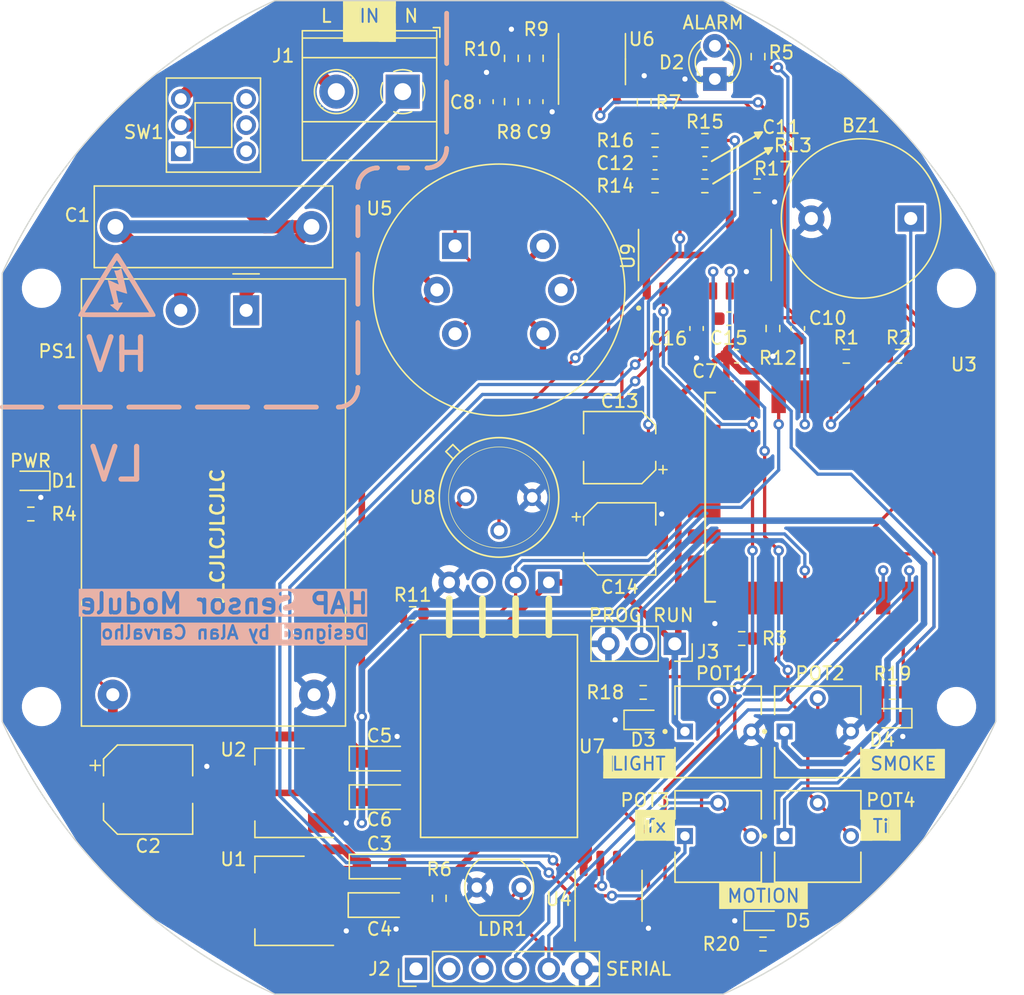
<source format=kicad_pcb>
(kicad_pcb (version 20221018) (generator pcbnew)
  (title_block (title "Sensor Module") (date "2024-06-27") (rev "1.0") (company "Alan Carvalho"))
  (layers (0 "F.Cu" signal) (31 "B.Cu" signal) (34 "B.Paste" user) (35 "F.Paste" user) (36 "B.SilkS" user "B.Silkscreen") (37 "F.SilkS" user "F.Silkscreen") (38 "B.Mask" user) (39 "F.Mask" user) (44 "Edge.Cuts" user))
  (net 0 "")
  (net 1 "GND")
  (net 2 "BEEP")
  (net 3 "LINE")
  (net 4 "NEUT")
  (net 5 "+12V")
  (net 6 "+3.3V")
  (net 7 "+5V")
  (net 8 "Net-(U5-B1)")
  (net 9 "SMOKE")
  (net 10 "Net-(U9-1IN+)")
  (net 11 "Net-(U9-2OUT)")
  (net 12 "Net-(U9-2IN-)")
  (net 13 "Net-(U9-1OUT)")
  (net 14 "Net-(U9-1IN-)")
  (net 15 "Net-(C13-Pad1)")
  (net 16 "Net-(C14-Pad1)")
  (net 17 "Net-(U9-RC2)")
  (net 18 "Net-(U9-RC1)")
  (net 19 "Net-(D1-A)")
  (net 20 "Net-(D2-A)")
  (net 21 "Net-(D3-A)")
  (net 22 "Net-(D4-A)")
  (net 23 "Net-(D5-A)")
  (net 24 "Net-(J1-Pin_2)")
  (net 27 "TX")
  (net 28 "RX")
  (net 29 "FLASH")
  (net 30 "Net-(U4A--)")
  (net 31 "Net-(U4A-+)")
  (net 32 "Net-(U6A-+)")
  (net 33 "Net-(U9-RR1)")
  (net 34 "Net-(U9-RR2)")
  (net 35 "Net-(U3-CH_PD)")
  (net 36 "Net-(U3-REST)")
  (net 37 "Net-(U3-GPIO15)")
  (net 38 "LED")
  (net 39 "Net-(U5-VH-)")
  (net 40 "TEMP")
  (net 41 "Net-(U9-IB)")
  (net 42 "LIGHT")
  (net 43 "MOTION")
  (footprint "Resistor_SMD:R_0603_1608Metric" (layer "F.Cu") (at 169.672 74.739 -90)
    (fp_text reference "R5")
    (fp_text value "3k9" hide)
  )
  (footprint "Resistor_SMD:R_0603_1608Metric" (layer "F.Cu") (at 165.608 81.153)
    (fp_text reference "R15")
    (fp_text value "10k" hide)
  )
  (footprint "Resistor_SMD:R_0603_1608Metric" (layer "F.Cu") (at 160.889 123.375 180)
    (fp_text reference "R18")
    (fp_text value "1k" hide)
  )
  (footprint "Capacitor_Tantalum_SMD:CP_EIA-3216-18_Kemet-A" (layer "F.Cu") (at 140.635999 139.644)
    (fp_text reference "C4")
    (fp_text value "10uF" hide)
  )
  (footprint "Capacitor_SMD:C_0603_1608Metric" (layer "F.Cu") (at 172.72 95.536 -90)
    (fp_text reference "C10")
    (fp_text value "10nF" hide)
  )
  (footprint "OptoDevice:R_LDR_5.1x4.3mm_P3.4mm_Vertical" (layer "F.Cu") (at 151.56 138.303 180)
    (fp_text reference "LDR1")
    (fp_text value "100k" hide)
  )
  (footprint "MountingHole:MountingHole_2.5mm" (layer "F.Cu") (at 114.86 92.458 90)
    (fp_text reference "REF**" hide)
    (fp_text value "MountingHole_2.5mm" hide)
  )
  (footprint "Package_SO:SOIC-8-1EP_3.9x4.9mm_P1.27mm_EP2.62x3.51mm" (layer "F.Cu") (at 156.972 74.93 90)
    (fp_text reference "U6")
    (fp_text value "LM393" hide)
  )
  (footprint "Package_TO_SOT_SMD:SOT-223-3_TabPin2" (layer "F.Cu") (at 133.096 131.064 180)
    (fp_text reference "U2")
    (fp_text value "AMS1117-5" hide)
  )
  (footprint "ESP8266:ESP-12E_SMD" (layer "F.Cu") (at 181.2525 101.458 -90)
    (fp_text reference "U3")
    (fp_text value "ESP-12E" hide)
  )
  (footprint "MyLibrary:TRIM_3362P-1-103" (layer "F.Cu") (at 174.244 126.365001)
    (fp_text reference "POT2")
    (fp_text value "10k" hide)
  )
  (footprint "Capacitor_SMD:C_0603_1608Metric" (layer "F.Cu") (at 152.712004 78.185001 -90)
    (fp_text reference "C9")
    (fp_text value "100nF" hide)
  )
  (footprint "Resistor_SMD:R_0603_1608Metric" (layer "F.Cu") (at 150.807006 74.87 90)
    (fp_text reference "R10")
    (fp_text value "2k2" hide)
  )
  (footprint "Sensor:MQ-6" (layer "F.Cu") (at 146.5 89.223)
    (fp_text reference "U5")
    (fp_text value "MQ-5" hide)
  )
  (footprint "Buzzer_Beeper:Buzzer_12x9.5RM7.6" (layer "F.Cu") (at 181.356 87.122 180)
    (fp_text reference "BZ1")
    (fp_text value "Buzzer" hide)
  )
  (footprint "LED_SMD:LED_0603_1608Metric" (layer "F.Cu") (at 160.909 125.476)
    (fp_text reference "D3")
    (fp_text value "BLUE" hide)
  )
  (footprint "Resistor_SMD:R_0603_1608Metric" (layer "F.Cu") (at 152.712004 74.87 -90)
    (fp_text reference "R9")
    (fp_text value "1k2" hide)
  )
  (footprint "Resistor_SMD:R_0603_1608Metric" (layer "F.Cu") (at 168.427504 119.253 180)
    (fp_text reference "R3")
    (fp_text value "10k" hide)
  )
  (footprint "Resistor_SMD:R_0603_1608Metric" (layer "F.Cu") (at 143.256 117.348)
    (fp_text reference "R11")
    (fp_text value "10k" hide)
  )
  (footprint "Converter_ACDC:Converter_ACDC_HiLink_HLK-PMxx" (layer "F.Cu") (at 130.516 94.1495 -90)
    (fp_text reference "PS1")
    (fp_text value "HLK-PM12" hide)
  )
  (footprint "Capacitor_SMD:C_0603_1608Metric" (layer "F.Cu") (at 161.798 82.889498)
    (fp_text reference "C12")
    (fp_text value "10nF" hide)
  )
  (footprint "Capacitor_SMD:C_0603_1608Metric" (layer "F.Cu") (at 148.902003 78.185001 90)
    (fp_text reference "C8")
    (fp_text value "100nF" hide)
  )
  (footprint "Connector_PinSocket_2.54mm:PinSocket_1x03_P2.54mm_Vertical" (layer "F.Cu") (at 163.307 119.659 -90)
    (fp_text reference "J3")
    (fp_text value "Conn_01x03_Socket" hide)
  )
  (footprint "Capacitor_SMD:CP_Elec_5x5.4" (layer "F.Cu") (at 159.09 104.648 180)
    (fp_text reference "C13")
    (fp_text value "10uF" hide)
  )
  (footprint "Resistor_SMD:R_0603_1608Metric" (layer "F.Cu") (at 161.798001 84.625998 180)
    (fp_text reference "R14")
    (fp_text value "2M" hide)
  )
  (footprint "MyLibrary:TRIM_3362P-1-103" (layer "F.Cu") (at 166.624 134.366)
    (fp_text reference "POT3")
    (fp_text value "10k" hide)
  )
  (footprint "Resistor_SMD:R_0603_1608Metric" (layer "F.Cu") (at 170.053 142.621 180)
    (fp_text reference "R20")
    (fp_text value "1k" hide)
  )
  (footprint "Resistor_SMD:R_0603_1608Metric" (layer "F.Cu") (at 179.959 123.375001)
    (fp_text reference "R19")
    (fp_text value "1k" hide)
  )
  (footprint "MyLibrary:TRIM_3362P-1-103" (layer "F.Cu") (at 174.244 134.366)
    (fp_text reference "POT4")
    (fp_text value "10k" hide)
  )
  (footprint "Package_SO:SOIC-8-1EP_3.9x4.9mm_P1.27mm_EP2.62x3.51mm" (layer "F.Cu") (at 158.242 138.938 90)
    (fp_text reference "U4")
    (fp_text value "LM393" hide)
  )
  (footprint "Capacitor_SMD:C_0603_1608Metric" (layer "F.Cu") (at 164.973 95.536 -90)
    (fp_text reference "C16")
    (fp_text value "10nF" hide)
  )
  (footprint "Capacitor_Tantalum_SMD:CP_EIA-3216-18_Kemet-A" (layer "F.Cu") (at 140.715999 131.389)
    (fp_text reference "C6")
    (fp_text value "10uF" hide)
  )
  (footprint "Capacitor_SMD:C_0603_1608Metric" (layer "F.Cu") (at 165.608 82.889498 180)
    (fp_text reference "C11")
    (fp_text value "10nF" hide)
  )
  (footprint "Resistor_SMD:R_0603_1608Metric" (layer "F.Cu") (at 145.288 139.128 -90)
    (fp_text reference "R6")
    (fp_text value "33k" hide)
  )
  (footprint "TerminalBlock_Phoenix:TerminalBlock_Phoenix_MKDS-1,5-2-5.08_1x02_P5.08mm_Horizontal" (layer "F.Cu") (at 142.494 77.419 180)
    (fp_text reference "J1")
    (fp_text value "Screw_Terminal_01x02" hide)
  )
  (footprint "MountingHole:MountingHole_2.5mm" (layer "F.Cu") (at 114.86 124.458 90)
    (fp_text reference "REF**" hide)
    (fp_text value "MountingHole_2.5mm" hide)
  )
  (footprint "Capacitor_SMD:C_0603_1608Metric" (layer "F.Cu") (at 168.027501 97.663001)
    (fp_text reference "C7")
    (fp_text value "0.1uF" hide)
  )
  (footprint "LED_THT:LED_D3.0mm" (layer "F.Cu") (at 166.37 76.454 90)
    (fp_text reference "D2")
    (fp_text value "RED" hide)
  )
  (footprint "Resistor_SMD:R_0603_1608Metric" (layer "F.Cu") (at 165.608 84.625998)
    (fp_text reference "R13")
    (fp_text value "1M" hide)
  )
  (footprint "MyLibrary:TRIM_3362P-1-103" (layer "F.Cu") (at 166.624 126.365)
    (fp_text reference "POT1")
    (fp_text value "10k" hide)
  )
  (footprint "Capacitor_SMD:CP_Elec_5x5.4" (layer "F.Cu") (at 159.09 111.633)
    (fp_text reference "C14")
    (fp_text value "47uF" hide)
  )
  (footprint "Capacitor_Tantalum_SMD:CP_EIA-3216-18_Kemet-A" (layer "F.Cu") (at 140.715999 136.694)
    (fp_text reference "C3")
    (fp_text value "10uF" hide)
  )
  (footprint "MyLibrary:TO5" (layer "F.Cu") (at 149.86 108.458 -90)
    (fp_text reference "U8")
    (fp_text value "PIR" hide)
  )
  (footprint "MountingHole:MountingHole_2.5mm" (layer "F.Cu") (at 184.86 124.458 90)
    (fp_text reference "REF**" hide)
    (fp_text value "MountingHole_2.5mm" hide)
  )
  (footprint "Resistor_SMD:R_0603_1608Metric" (layer "F.Cu") (at 161.798001 81.153 180)
    (fp_text reference "R16")
    (fp_text value "47k" hide)
  )
  (footprint "MyLibrary:SNR4-2.54-15.5X12.0X5.5MM" (layer "F.Cu") (at 149.86 126.714 -90)
    (fp_text reference "U7")
    (fp_text value "DHT11" hide)
  )
  (footprint "Capacitor_SMD:C_0603_1608Metric" (layer "F.Cu") (at 167.437999 94.786)
    (fp_text reference "C15")
    (fp_text value "10nF" hide)
  )
  (footprint "MountingHole:MountingHole_2.5mm" (layer "F.Cu") (at 184.86 92.458 90)
    (fp_text reference "REF**" hide)
    (fp_text value "MountingHole_2.5mm" hide)
  )
  (footprint "Resistor_SMD:R_0603_1608Metric" (layer "F.Cu") (at 114.046 109.728)
    (fp_text reference "R4")
    (fp_text value "3k9" hide)
  )
  (footprint "Resistor_SMD:R_0603_1608Metric" (layer "F.Cu") (at 169.608 84.625998 180)
    (fp_text reference "R17")
    (fp_text value "1M" hide)
  )
  (footprint "Capacitor_Tantalum_SMD:CP_EIA-3216-18_Kemet-A" (layer "F.Cu") (at 140.715999 128.439)
    (fp_text reference "C5")
    (fp_text value "10uF" hide)
  )
  (footprint "Package_TO_SOT_SMD:SOT-223-3_TabPin2" (layer "F.Cu") (at 133.095999 139.319 180)
    (fp_text reference "U1")
    (fp_text value "AMS1117-3.3" hide)
  )
  (footprint "LED_SMD:LED_0603_1608Metric" (layer "F.Cu") (at 114.0205 107.188 180)
    (fp_text reference "D1")
    (fp_text value "GREEN" hide)
  )
  (footprint "Capacitor_THT:C_Rect_L18.0mm_W6.0mm_P15.00mm_FKS3_FKP3" (layer "F.Cu") (at 135.516 87.757 180)
    (fp_text reference "C1")
    (fp_text value "0.1uF" hide)
  )
  (footprint "Capacitor_SMD:CP_Elec_6.3x7.7" (layer "F.Cu") (at 123.016 130.81)
    (fp_text reference "C2")
    (fp_text value "100uF" hide)
  )
  (footprint "Resistor_SMD:R_0603_1608Metric" (layer "F.Cu") (at 180.427504 97.663)
    (fp_text reference "R2")
    (fp_text value "10k" hide)
  )
  (footprint "Resistor_SMD:R_0603_1608Metric" (layer "F.Cu") (at 160.967002 78.235 90)
    (fp_text reference "R7")
    (fp_text value "5k1" hide)
  )
  (footprint "Resistor_SMD:R_0603_1608Metric" (layer "F.Cu") (at 150.807006 78.185001 90)
    (fp_text reference "R8")
    (fp_text value "47k" hide)
  )
  (footprint "LED_SMD:LED_0603_1608Metric" (layer "F.Cu") (at 170.1095 140.843)
    (fp_text reference "D5")
    (fp_text value "BLUE" hide)
  )
  (footprint "Resistor_SMD:R_0603_1608Metric" (layer "F.Cu") (at 170.814999 95.536 -90)
    (fp_text reference "R12")
    (fp_text value "47k" hide)
  )
  (footprint "Resistor_SMD:R_0603_1608Metric" (layer "F.Cu") (at 176.427501 97.663001)
    (fp_text reference "R1")
    (fp_text value "10k" hide)
  )
  (footprint "MyLibrary:SOIC127P600X180-16N" (layer "F.Cu") (at 165.608 89.916 90)
    (fp_text reference "U9")
    (fp_text value "BISS0001" hide)
  )
  (footprint "LED_SMD:LED_0603_1608Metric" (layer "F.Cu") (at 179.959 125.349 180)
    (fp_text reference "D4")
    (fp_text value "BLUE" hide)
  )
  (footprint "Connector_PinHeader_2.54mm:PinHeader_1x06_P2.54mm_Vertical" (layer "F.Cu") (at 143.51 144.526 90)
    (fp_text reference "J2")
    (fp_text value "Conn_01x06_Socket" hide)
  )
  (footprint "MyLibrary:Toggle_Switch_SelfLocking_7x7" (layer "F.Cu") (at 128.016 79.978001 90)
    (fp_text reference "SW1")
    (fp_text value "SW_SPDT" hide)
  )
  (footprint "LOGO" (layer "B.Cu") (at 120.65 92.202 180)
    (fp_text reference "G***" hide)
    (fp_text value "LOGO" hide)
  )
  (gr_line (start 135.89 101.5492) (end 111.8616 101.5492) (stroke (width 0.35) (type dash)) (layer "B.SilkS"))
  (gr_line (start 142.875 83.253632) (end 142.24 83.253632) (stroke (width 0.35) (type dash)) (layer "B.SilkS"))
  (gr_line (start 145.854369 80.518) (end 145.854369 70.993) (stroke (width 0.35) (type dash)) (layer "B.SilkS"))
  (gr_arc (start 145.854369 81.753632) (mid 145.415 82.814263) (end 144.354369 83.253632) (stroke (width 0.35)) (layer "B.SilkS"))
  (gr_arc (start 139.065 84.753632) (mid 139.504369 83.693001) (end 140.565 83.253632) (stroke (width 0.35)) (layer "B.SilkS"))
  (gr_line (start 139.065 98.933) (end 139.065 86.233) (stroke (width 0.35) (type dash)) (layer "B.SilkS"))
  (gr_arc (start 139.065 100.0492) (mid 138.625631 101.109831) (end 137.565 101.5492) (stroke (width 0.35)) (layer "B.SilkS"))
  (gr_rect (start 177.5587 134.2136) (end 180.5559 134.6962) (stroke (width 0.05)) (fill solid) (layer "F.SilkS"))
  (gr_rect (start 172.82 137.9601) (end 173.455 139.9159) (stroke (width 0.05)) (fill solid) (layer "F.SilkS"))
  (gr_rect (start 160.2994 132.3848) (end 160.9344 134.6962) (stroke (width 0.05)) (fill solid) (layer "F.SilkS"))
  (gr_line (start 142.875 83.253632) (end 142.24 83.253632) (stroke (width 0.35) (type dash)) (layer "F.SilkS"))
  (gr_rect (start 177.6222 127.7239) (end 178.2572 129.9337) (stroke (width 0.05)) (fill solid) (layer "F.SilkS"))
  (gr_rect (start 166.7605 139.5349) (end 173.4153 139.9159) (stroke (width 0.05)) (fill solid) (layer "F.SilkS"))
  (gr_rect (start 137.9551 72.2122) (end 141.9429 73.5838) (stroke (width 0.05)) (fill solid) (layer "F.SilkS"))
  (gr_rect (start 157.861 127.7245) (end 163.2458 128.1817) (stroke (width 0.05)) (fill solid) (layer "F.SilkS"))
  (gr_rect (start 157.861 127.7239) (end 158.496 129.9337) (stroke (width 0.05)) (fill solid) (layer "F.SilkS"))
  (gr_line (start 169.545 80.772) (end 166.135458 82.7405) (stroke (width 0.15)) (layer "F.SilkS"))
  (gr_rect (start 162.6108 127.7239) (end 163.2458 129.9337) (stroke (width 0.05)) (fill solid) (layer "F.SilkS"))
  (gr_poly (pts (xy 170.190787 81.747743) (xy 170.444786 82.187683) (xy 170.757727 81.713713)) (stroke (width 0.15)) (fill solid) (layer "F.SilkS"))
  (gr_rect (start 137.9551 70.4342) (end 139.2251 73.5838) (stroke (width 0.05)) (fill solid) (layer "F.SilkS"))
  (gr_line (start 145.854369 80.518) (end 145.854369 70.993) (stroke (width 0.35) (type dash)) (layer "F.SilkS"))
  (gr_rect (start 160.2994 134.2136) (end 163.2966 134.6962) (stroke (width 0.05)) (fill solid) (layer "F.SilkS"))
  (gr_rect (start 157.861 129.4511) (end 163.2458 129.9337) (stroke (width 0.05)) (fill solid) (layer "F.SilkS"))
  (gr_rect (start 137.9551 70.4342) (end 141.9429 70.8914) (stroke (width 0.05)) (fill solid) (layer "F.SilkS"))
  (gr_line (start 139.065 98.933) (end 139.065 86.233) (stroke (width 0.35) (type dash)) (layer "F.SilkS"))
  (gr_line (start 135.89 101.5492) (end 111.8616 101.5492) (stroke (width 0.35) (type dash)) (layer "F.SilkS"))
  (gr_arc (start 139.065 100.0492) (mid 138.625631 101.109831) (end 137.565 101.5492) (stroke (width 0.35)) (layer "F.SilkS"))
  (gr_rect (start 166.724 137.9601) (end 167.359 139.9159) (stroke (width 0.05)) (fill solid) (layer "F.SilkS"))
  (gr_rect (start 177.6222 129.4511) (end 183.9214 129.9337) (stroke (width 0.05)) (fill solid) (layer "F.SilkS"))
  (gr_rect (start 177.5587 132.3848) (end 178.3969 134.6962) (stroke (width 0.05)) (fill solid) (layer "F.SilkS"))
  (gr_rect (start 179.7177 132.3848) (end 180.5559 134.6962) (stroke (width 0.05)) (fill solid) (layer "F.SilkS"))
  (gr_rect (start 177.6222 127.7245) (end 183.9214 128.1817) (stroke (width 0.05)) (fill solid) (layer "F.SilkS"))
  (gr_rect (start 183.3118 127.7239) (end 183.9468 129.9337) (stroke (width 0.05)) (fill solid) (layer "F.SilkS"))
  (gr_arc (start 139.065 84.753632) (mid 139.504368 83.693) (end 140.565 83.253632) (stroke (width 0.35)) (layer "F.SilkS"))
  (gr_poly (pts (xy 169.418001 80.55203) (xy 169.672 80.99197) (xy 169.984941 80.518)) (stroke (width 0.15)) (fill solid) (layer "F.SilkS"))
  (gr_rect (start 177.5841 132.3848) (end 180.5305 132.8928) (stroke (width 0.05)) (fill solid) (layer "F.SilkS"))
  (gr_line (start 170.317786 81.967713) (end 166.243 84.455) (stroke (width 0.15)) (layer "F.SilkS"))
  (gr_rect (start 166.7605 137.9607) (end 173.4153 138.2655) (stroke (width 0.05)) (fill solid) (layer "F.SilkS"))
  (gr_rect (start 140.6729 70.4342) (end 141.9429 73.5838) (stroke (width 0.05)) (fill solid) (layer "F.SilkS"))
  (gr_rect (start 162.6616 132.4864) (end 163.2966 134.6962) (stroke (width 0.05)) (fill solid) (layer "F.SilkS"))
  (gr_rect (start 160.3248 132.3848) (end 163.322 132.8928) (stroke (width 0.05)) (fill solid) (layer "F.SilkS"))
  (gr_arc (start 145.854369 81.753632) (mid 145.415 82.814263) (end 144.354369 83.253632) (stroke (width 0.35)) (layer "F.SilkS"))
  (gr_arc (start 111.86 91.313) (mid 120.381609 78.97961) (end 132.714999 70.458001) (stroke (width 0.1)) (layer "Edge.Cuts"))
  (gr_arc (start 187.859999 125.603) (mid 179.33839 137.93639) (end 167.005 146.457999) (stroke (width 0.1)) (layer "Edge.Cuts"))
  (gr_line (start 111.86 91.313) (end 111.86 125.603) (stroke (width 0.1)) (layer "Edge.Cuts"))
  (gr_line (start 132.715 146.458) (end 167.005 146.458) (stroke (width 0.1)) (layer "Edge.Cuts"))
  (gr_line (start 187.86 91.313) (end 187.86 125.603) (stroke (width 0.1)) (layer "Edge.Cuts"))
  (gr_arc (start 132.715 146.458) (mid 120.38161 137.936391) (end 111.860001 125.603001) (stroke (width 0.1)) (layer "Edge.Cuts"))
  (gr_arc (start 167.005 70.458) (mid 179.33839 78.979609) (end 187.859999 91.312999) (stroke (width 0.1)) (layer "Edge.Cuts"))
  (gr_line (start 132.715 70.458) (end 167.005 70.458) (stroke (width 0.1)) (layer "Edge.Cuts"))
  (gr_text "LV" (at 120.65 105.918) (layer "B.SilkS") (effects (font (size 2.5 2.5) (thickness 0.4) bold) (justify mirror)))
  (gr_text "HV" (at 120.65 97.536) (layer "B.SilkS") (effects (font (size 2.5 2.5) (thickness 0.4) bold) (justify mirror)))
  (gr_text "Designed by Alan Carvalho" (at 139.953998 119.380001) (layer "B.SilkS" knockout) (effects (font (size 1 1) (thickness 0.2) bold) (justify left bottom mirror)))
  (gr_text "HAP Sensor Module" (at 128.778 116.586) (layer "B.SilkS" knockout) (effects (font (size 1.5 1.5) (thickness 0.3) bold) (justify mirror)))
  (gr_text "JLCJLCJLCJLC" (at 128.905 116.713 90) (layer "F.SilkS") (effects (font (size 1 1) (thickness 0.2) bold) (justify left bottom)))
  (segment (start 170.942 85.134998) (end 170.433 84.625998) (width 0.25) (layer "F.Cu") (net 1))
  (segment (start 167.602504 119.253) (end 167.513 119.253) (width 0.25) (layer "F.Cu") (net 1))
  (segment (start 170.814999 96.361) (end 172.67 96.361) (width 0.25) (layer "F.Cu") (net 1))
  (segment (start 168.783 92.666) (end 168.783 94.215999) (width 0.25) (layer "F.Cu") (net 1))
  (segment (start 142.065999 126.746) (end 142.065999 128.439) (width 0.5) (layer "F.Cu") (net 1))
  (segment (start 125.716 130.81) (end 127.494 129.032) (width 0.75) (layer "F.Cu") (net 1))
  (segment (start 170.942 85.852) (end 170.942 85.134998) (width 0.25) (layer "F.Cu") (net 1))
  (segment (start 164.973 96.311) (end 164.973 97.79) (width 0.25) (layer "F.Cu") (net 1))
  (segment (start 160.967002 76.2) (end 160.967002 77.41) (width 0.25) (layer "F.Cu") (net 1))
  (segment (start 138.176 133.364) (end 136.246 133.364) (width 0.5) (layer "F.Cu") (net 1))
  (segment (start 162.306 109.728) (end 162.306 110.617) (width 0.25) (layer "F.Cu") (net 1))
  (segment (start 168.783 91.186) (end 168.783 92.666) (width 0.25) (layer "F.Cu") (net 1))
  (segment (start 141.985999 141.478) (end 141.985999 139.644) (width 0.5) (layer "F.Cu") (net 1))
  (segment (start 150.757006 77.410001) (end 150.807006 77.360001) (width 0.25) (layer "F.Cu") (net 1))
  (segment (start 166.37 118.11) (end 167.2525 117.2275) (width 0.25) (layer "F.Cu") (net 1))
  (segment (start 172.67 96.361) (end 172.72 96.311) (width 0.25) (layer "F.Cu") (net 1))
  (segment (start 141.985999 139.644) (end 141.985999 136.774) (width 0.5) (layer "F.Cu") (net 1))
  (segment (start 160.147 141.418) (end 161.29 141.418) (width 0.25) (layer "F.Cu") (net 1))
  (segment (start 142.065999 128.439) (end 142.065999 131.389) (width 0.5) (layer "F.Cu") (net 1))
  (segment (start 148.902003 77.410001) (end 150.757006 77.410001) (width 0.25) (layer "F.Cu") (net 1))
  (segment (start 170.814999 97.663001) (end 170.814999 96.361) (width 0.25) (layer "F.Cu") (net 1))
  (segment (start 167.894 140.843) (end 169.322 140.843) (width 0.25) (layer "F.Cu") (net 1))
  (segment (start 136.245999 141.619) (end 138.176 141.619) (width 0.5) (layer "F.Cu") (net 1))
  (segment (start 167.513 119.253) (end 166.37 118.11) (width 0.25) (layer "F.Cu") (net 1))
  (segment (start 162.306 110.617) (end 161.29 111.633) (width 0.25) (layer "F.Cu") (net 1))
  (segment (start 166.37 76.454) (end 164.084 76.454) (width 0.25) (layer "F.Cu") (net 1))
  (segment (start 167.2525 117.2275) (end 167.2525 115.458) (width 0.25) (layer "F.Cu") (net 1))
  (segment (start 152.712004 78.960001) (end 153.924 78.960001) (width 0.25) (layer "F.Cu") (net 1))
  (segment (start 148.902003 77.410001) (end 148.902003 75.946) (width 0.25) (layer "F.Cu") (net 1))
  (segment (start 150.807006 72.644) (end 150.807006 74.045) (width 0.25) (layer "F.Cu") (net 1))
  (segment (start 127.494 129.032) (end 127.508 129.032) (width 0.25) (layer "F.Cu") (net 1))
  (segment (start 170.814999 97.663001) (end 168.802501 97.663001) (width 0.25) (layer "F.Cu") (net 1))
  (segment (start 158.877 77.41) (end 160.967002 77.41) (width 0.25) (layer "F.Cu") (net 1))
  (segment (start 168.783 94.215999) (end 168.212999 94.786) (width 0.25) (layer "F.Cu") (net 1))
  (segment (start 180.7465 125.349) (end 180.7465 126.746) (width 0.25) (layer "F.Cu") (net 1))
  (segment (start 114.808 107.188) (end 114.808 108.458) (width 0.25) (layer "F.Cu") (net 1))
  (segment (start 158.75 125.476) (end 160.1215 125.476) (width 0.25) (layer "F.Cu") (net 1))
  (segment (start 141.985999 136.774) (end 142.065999 136.694) (width 0.5) (layer "F.Cu") (net 1))
  (via (at 141.985999 141.478) (size 0.8) (drill 0.4) (layers "F.Cu" "B.Cu") (net 1))
  (via (at 158.75 125.476) (size 0.8) (drill 0.4) (layers "F.Cu" "B.Cu") (net 1))
  (via (at 160.967002 76.2) (size 0.8) (drill 0.4) (layers "F.Cu" "B.Cu") (net 1))
  (via (at 170.942 85.852) (size 0.8) (drill 0.4) (layers "F.Cu" "B.Cu") (net 1))
  (via (at 161.29 141.418) (size 0.8) (drill 0.4) (layers "F.Cu" "B.Cu") (net 1))
  (via (at 138.176 141.619) (size 0.8) (drill 0.4) (layers "F.Cu" "B.Cu") (net 1))
  (via (at 148.902003 75.946) (size 0.8) (drill 0.4) (layers "F.Cu" "B.Cu") (net 1))
  (via (at 127.508 129.032) (size 0.8) (drill 0.4) (layers "F.Cu" "B.Cu") (net 1))
  (via (at 164.084 76.454) (size 0.8) (drill 0.4) (layers "F.Cu" "B.Cu") (net 1))
  (via (at 168.783 91.186) (size 0.8) (drill 0.4) (layers "F.Cu" "B.Cu") (net 1))
  (via (at 164.973 97.79) (size 0.8) (drill 0.4) (layers "F.Cu" "B.Cu") (net 1))
  (via (at 166.37 118.11) (size 0.8) (drill 0.4) (layers "F.Cu" "B.Cu") (net 1))
  (via (at 167.894 140.843) (size 0.8) (drill 0.4) (layers "F.Cu" "B.Cu") (net 1))
  (via (at 138.176 133.364) (size 0.8) (drill 0.4) (layers "F.Cu" "B.Cu") (net 1))
  (via (at 170.814999 97.663001) (size 0.8) (drill 0.4) (layers "F.Cu" "B.Cu") (net 1))
  (via (at 162.306 109.728) (size 0.8) (drill 0.4) (layers "F.Cu" "B.Cu") (net 1))
  (via (at 150.807006 72.644) (size 0.8) (drill 0.4) (layers "F.Cu" "B.Cu") (net 1))
  (via (at 114.808 108.458) (size 0.8) (drill 0.4) (layers "F.Cu" "B.Cu") (net 1))
  (via (at 142.065999 126.746) (size 0.8) (drill 0.4) (layers "F.Cu" "B.Cu") (net 1))
  (via (at 153.924 78.960001) (size 0.8) (drill 0.4) (layers "F.Cu" "B.Cu") (net 1))
  (via (at 180.7465 126.746) (size 0.8) (drill 0.4) (layers "F.Cu" "B.Cu") (net 1))
  (segment (start 175.2525 101.458) (end 175.2525 102.87) (width 0.25) (layer "F.Cu") (net 2))
  (via (at 175.2525 102.87) (size 0.8) (drill 0.4) (layers "F.Cu" "B.Cu") (net 2))
  (segment (start 181.356 96.7665) (end 175.2525 102.87) (width 0.25) (layer "B.Cu") (net 2))
  (segment (start 181.356 87.122) (end 181.356 96.7665) (width 0.25) (layer "B.Cu") (net 2))
  (segment (start 128.016 83.82) (end 131.953 87.757) (width 1) (layer "F.Cu") (net 3))
  (segment (start 130.516 92.757) (end 130.516 94.1495) (width 1) (layer "F.Cu") (net 3))
  (segment (start 128.016 80.772) (end 128.016 83.82) (width 1) (layer "F.Cu") (net 3))
  (segment (start 125.516 79.978001) (end 127.222001 79.978001) (width 1) (layer "F.Cu") (net 3))
  (segment (start 127.222001 79.978001) (end 128.016 80.772) (width 1) (layer "F.Cu") (net 3))
  (segment (start 131.953 87.757) (end 135.516 87.757) (width 1) (layer "F.Cu") (net 3))
  (segment (start 135.516 87.757) (end 130.516 92.757) (width 1) (layer "F.Cu") (net 3))
  (segment (start 120.516 87.757) (end 125.516 92.757) (width 1) (layer "F.Cu") (net 4))
  (segment (start 125.516 92.757) (end 125.516 94.1495) (width 1) (layer "F.Cu") (net 4))
  (segment (start 120.516 87.757) (end 132.461 87.757) (width 1) (layer "B.Cu") (net 4))
  (segment (start 142.494 77.724) (end 142.494 77.419) (width 1) (layer "B.Cu") (net 4))
  (segment (start 132.461 87.757) (end 142.494 77.724) (width 1) (layer "B.Cu") (net 4))
  (segment (start 137.922 126.746) (end 139.365999 128.189999) (width 0.75) (layer "F.Cu") (net 5))
  (segment (start 136.246 128.764) (end 139.040999 128.764) (width 0.75) (layer "F.Cu") (net 5))
  (segment (start 136.245999 137.019) (end 139.040999 137.019) (width 0.75) (layer "F.Cu") (net 5))
  (segment (start 139.040999 128.764) (end 139.365999 128.439) (width 0.75) (layer "F.Cu") (net 5))
  (segment (start 120.316 130.81) (end 124.38 126.746) (width 0.75) (layer "F.Cu") (net 5))
  (segment (start 139.040999 137.019) (end 139.365999 136.694) (width 0.75) (layer "F.Cu") (net 5))
  (segment (start 120.316 123.5495) (end 120.316 130.81) (width 0.75) (layer "F.Cu") (net 5))
  (segment (start 138.053999 135.382) (end 124.888 135.382) (width 0.75) (layer "F.Cu") (net 5))
  (segment (start 139.365999 128.189999) (end 139.365999 128.439) (width 0.75) (layer "F.Cu") (net 5))
  (segment (start 139.365999 136.694) (end 138.053999 135.382) (width 0.75) (layer "F.Cu") (net 5))
  (segment (start 120.316 123.5495) (end 114.871 118.1045) (width 0.25) (layer "F.Cu") (net 5))
  (segment (start 124.888 135.382) (end 120.316 130.81) (width 0.75) (layer "F.Cu") (net 5))
  (segment (start 124.38 126.746) (end 137.922 126.746) (width 0.75) (layer "F.Cu") (net 5))
  (segment (start 114.871 118.1045) (end 114.871 109.728) (width 0.25) (layer "F.Cu") (net 5))
  (segment (start 170.053 89.535) (end 170.053 87.166) (width 0.5) (layer "F.Cu") (net 6))
  (segment (start 163.576 100.838) (end 166.750999 97.663001) (width 0.5) (layer "F.Cu") (net 6))
  (segment (start 142.431 117.793) (end 142.431 117.348) (width 0.5) (layer "F.Cu") (net 6))
  (segment (start 168.3955 98.806) (end 167.252501 97.663001) (width 0.5) (layer "F.Cu") (net 6))
  (segment (start 163.307 119.659) (end 163.307 120.919) (width 0.5) (layer "F.Cu") (net 6))
  (segment (start 144.018 140.716) (end 146.05 142.748) (width 0.5) (layer "F.Cu") (net 6))
  (segment (start 167.132 89.916) (end 167.513 89.535) (width 0.5) (layer "F.Cu") (net 6))
  (segment (start 158.612 114.964) (end 163.307 119.659) (width 0.5) (layer "F.Cu") (net 6))
  (segment (start 166.750999 97.663001) (end 167.252501 97.663001) (width 0.5) (layer "F.Cu") (net 6))
  (segment (start 176.276 96.52) (end 175.602501 97.193499) (width 0.5) (layer "F.Cu") (net 6))
  (segment (start 141.224 142.748) (end 139.285999 140.809999) (width 0.5) (layer "F.Cu") (net 6))
  (segment (start 153.67 114.964) (end 150.27 118.364) (width 0.5) (layer "F.Cu") (net 6))
  (segment (start 145.288 138.303) (end 148.463 135.128) (width 0.5) (layer "F.Cu") (net 6))
  (segment (start 148.59 143.51) (end 147.828 142.748) (width 0.5) (layer "F.Cu") (net 6))
  (segment (start 168.91 96.266) (end 169.672 95.504) (width 0.5) (layer "F.Cu") (net 6))
  (segment (start 156.718 136.077) (end 156.337 136.458) (width 0.5) (layer "F.Cu") (net 6))
  (segment (start 179.602504 97.306504) (end 178.816 96.52) (width 0.5) (layer "F.Cu") (net 6))
  (segment (start 153.67 114.964) (end 158.612 114.964) (width 0.5) (layer "F.Cu") (net 6))
  (segment (start 148.463 135.128) (end 155.007 135.128) (width 0.5) (layer "F.Cu") (net 6))
  (segment (start 167.252501 97.663001) (end 167.252501 97.161499) (width 0.5) (layer "F.Cu") (net 6))
  (segment (start 144.018 138.938) (end 144.018 140.716) (width 0.5) (layer "F.Cu") (net 6))
  (segment (start 169.672 89.916) (end 170.053 89.535) (width 0.5) (layer "F.Cu") (net 6))
  (segment (start 163.307 119.659) (end 163.576 119.39) (width 0.5) (layer "F.Cu") (net 6))
  (segment (start 175.602501 97.193499) (end 175.602501 97.663001) (width 0.5) (layer "F.Cu") (net 6))
  (segment (start 162.814 89.916) (end 167.132 89.916) (width 0.5) (layer "F.Cu") (net 6))
  (segment (start 145.288 138.303) (end 144.653 138.303) (width 0.5) (layer "F.Cu") (net 6))
  (segment (start 167.513 89.535) (end 167.894 89.916) (width 0.5) (layer "F.Cu") (net 6))
  (segment (start 167.252501 97.161499) (end 168.148 96.266) (width 0.5) (layer "F.Cu") (net 6))
  (segment (start 161.163 92.666) (end 161.163 91.567) (width 0.5) (layer "F.Cu") (net 6))
  (segment (start 170.053 92.666) (end 170.053 87.166) (width 0.5) (layer "F.Cu") (net 6))
  (segment (start 162.814 121.412) (end 158.75 121.412) (width 0.5) (layer "F.Cu") (net 6))
  (segment (start 174.459502 98.806) (end 168.3955 98.806) (width 0.5) (layer "F.Cu") (net 6))
  (segment (start 147.828 142.748) (end 141.224 142.748) (width 0.5) (layer "F.Cu") (net 6))
  (segment (start 142.431 113.347) (end 147.32 108.458) (width 0.5) (layer "F.Cu") (net 6))
  (segment (start 146.05 142.748) (end 147.828 142.748) (width 0.5) (layer "F.Cu") (net 6))
  (segment (start 179.602504 97.663) (end 179.602504 97.306504) (width 0.5) (layer "F.Cu") (net 6))
  (segment (start 178.816 96.52) (end 176.276 96.52) (width 0.5) (layer "F.Cu") (net 6))
  (segment (start 167.2525 101.458) (end 167.252501 97.663001) (width 0.5) (layer "F.Cu") (net 6))
  (segment (start 144.653 138.303) (end 144.018 138.938) (width 0.5) (layer "F.Cu") (net 6))
  (segment (start 136.245999 139.319) (end 138.960999 139.319) (width 0.5) (layer "F.Cu") (net 6))
  (segment (start 148.59 144.526) (end 148.59 143.51) (width 0.5) (layer "F.Cu") (net 6))
  (segment (start 129.945999 139.319) (end 136.245999 139.319) (width 0.5) (layer "F.Cu") (net 6))
  (segment (start 138.960999 139.319) (end 139.285999 139.644) (width 0.5) (layer "F.Cu") (net 6))
  (segment (start 158.75 121.412) (end 156.718 123.444) (width 0.5) (layer "F.Cu") (net 6))
  (segment (start 167.513 89.535) (end 167.513 87.166) (width 0.5) (layer "F.Cu") (net 6))
  (segment (start 163.576 119.39) (end 163.576 100.838) (width 0.5) (layer "F.Cu") (net 6))
  (segment (start 161.163 91.567) (end 162.814 89.916) (width 0.5) (layer "F.Cu") (net 6))
  (segment (start 169.672 93.047) (end 170.053 92.666) (width 0.5) (layer "F.Cu") (net 6))
  (segment (start 142.431 117.348) (end 142.431 113.347) (width 0.5) (layer "F.Cu") (net 6))
  (segment (start 175.602501 97.663001) (end 174.459502 98.806) (width 0.5) (layer "F.Cu") (net 6))
  (segment (start 139.285999 140.809999) (end 139.285999 139.644) (width 0.5) (layer "F.Cu") (net 6))
  (segment (start 167.894 89.916) (end 169.672 89.916) (width 0.5) (layer "F.Cu") (net 6))
  (segment (start 163.307 120.919) (end 162.814 121.412) (width 0.5) (layer "F.Cu") (net 6))
  (segment (start 168.148 96.266) (end 168.91 96.266) (width 0.5) (layer "F.Cu") (net 6))
  (segment (start 155.007 135.128) (end 156.337 136.458) (width 0.5) (layer "F.Cu") (net 6))
  (segment (start 143.002 118.364) (end 142.431 117.793) (width 0.5) (layer "F.Cu") (net 6))
  (segment (start 156.718 123.444) (end 156.718 136.077) (width 0.5) (layer "F.Cu") (net 6))
  (segment (start 150.27 118.364) (end 143.002 118.364) (width 0.5) (layer "F.Cu") (net 6))
  (segment (start 169.672 95.504) (end 169.672 93.047) (width 0.5) (layer "F.Cu") (net 6))
  (segment (start 163.307 125.588) (end 164.084 126.365) (width 0.5) (layer "B.Cu") (net 6))
  (segment (start 163.307 119.659) (end 163.307 125.588) (width 0.5) (layer "B.Cu") (net 6))
  (segment (start 146.05 98.044) (end 152.4 98.044) (width 0.5) (layer "F.Cu") (net 7))
  (segment (start 144.272 93.421) (end 144.272 96.266) (width 0.5) (layer "F.Cu") (net 7))
  (segment (start 152.712004 72.448004) (end 151.892 71.628) (width 0.5) (layer "F.Cu") (net 7))
  (segment (start 144.272 79.756) (end 144.272 91.745) (width 0.5) (layer "F.Cu") (net 7))
  (segment (start 149.86 71.628) (end 147.574 73.914) (width 0.5) (layer "F.Cu") (net 7))
  (segment (start 152.4 98.044) (end 153.22 97.224) (width 0.5) (layer "F.Cu") (net 7))
  (segment (start 145.11 92.583) (end 144.272 93.421) (width 0.5) (layer "F.Cu") (net 7))
  (segment (start 147.574 76.454) (end 144.272 79.756) (width 0.5) (layer "F.Cu") (net 7))
  (segment (start 151.892 71.628) (end 149.86 71.628) (width 0.5) (layer "F.Cu") (net 7))
  (segment (start 144.272 96.266) (end 146.05 98.044) (width 0.5) (layer "F.Cu") (net 7))
  (segment (start 136.246 131.064) (end 139.040999 131.064) (width 0.5) (layer "F.Cu") (net 7))
  (segment (start 152.146 90.297) (end 152.146 94.869) (width 0.5) (layer "F.Cu") (net 7))
  (segment (start 155.067 72.45) (end 153.472 74.045) (width 0.5) (layer "F.Cu") (net 7))
  (segment (start 153.22 97.224) (end 153.22 95.943) (width 0.5) (layer "F.Cu") (net 7))
  (segment (start 129.946 131.064) (end 136.246 131.064) (width 0.5) (layer "F.Cu") (net 7))
  (segment (start 153.22 89.223) (end 152.146 90.297) (width 0.5) (layer "F.Cu") (net 7))
  (segment (start 139.040999 131.064) (end 139.365999 131.389) (width 0.5) (layer "F.Cu") (net 7))
  (segment (start 139.365999 131.389) (end 139.365999 133.364) (width 0.5) (layer "F.Cu") (net 7))
  (segment (start 139.365999 98.327001) (end 139.365999 125.222) (width 0.5) (layer "F.Cu") (net 7))
  (segment (start 147.574 73.914) (end 147.574 76.454) (width 0.5) (layer "F.Cu") (net 7))
  (segment (start 152.712004 74.045) (end 152.712004 72.448004) (width 0.5) (layer "F.Cu") (net 7))
  (segment (start 144.272 91.745) (end 145.11 92.583) (width 0.5) (layer "F.Cu") (net 7))
  (segment (start 145.11 92.583) (end 139.365999 98.327001) (width 0.5) (layer "F.Cu") (net 7))
  (segment (start 152.146 94.869) (end 153.22 95.943) (width 0.5) (layer "F.Cu") (net 7))
  (segment (start 153.472 74.045) (end 152.712004 74.045) (width 0.5) (layer "F.Cu") (net 7))
  (via (at 139.365999 125.222) (size 0.8) (drill 0.4) (layers "F.Cu" "B.Cu") (net 7))
  (via (at 139.365999 133.364) (size 0.8) (drill 0.4) (layers "F.Cu" "B.Cu") (net 7))
  (segment (start 165.862 110.236) (end 179.07 110.236) (width 0.5) (layer "B.Cu") (net 7))
  (segment (start 158.75 117.348) (end 165.862 110.236) (width 0.5) (layer "B.Cu") (net 7))
  (segment (start 172.974 128.778) (end 171.704 127.508) (width 0.5) (layer "B.Cu") (net 7))
  (segment (start 182.372 113.538) (end 182.372 118.11) (width 0.5) (layer "B.Cu") (net 7))
  (segment (start 139.365999 133.364) (end 139.365999 125.222) (width 0.5) (layer "B.Cu") (net 7))
  (segment (start 139.365999 121.492001) (end 139.365999 125.222) (width 0.5) (layer "B.Cu") (net 7))
  (segment (start 179.578 125.476) (end 176.276 128.778) (width 0.5) (layer "B.Cu") (net 7))
  (segment (start 179.578 120.904) (end 179.578 125.476) (width 0.5) (layer "B.Cu") (net 7))
  (segment (start 139.365999 121.492001) (end 143.51 117.348) (width 0.5) (layer "B.Cu") (net 7))
  (segment (start 143.51 117.348) (end 158.75 117.348) (width 0.5) (layer "B.Cu") (net 7))
  (segment (start 182.372 118.11) (end 179.578 120.904) (width 0.5) (layer "B.Cu") (net 7))
  (segment (start 176.276 128.778) (end 172.974 128.778) (width 0.5) (layer "B.Cu") (net 7))
  (segment (start 171.704 127.508) (end 171.704 126.365001) (width 0.5) (layer "B.Cu") (net 7))
  (segment (start 179.07 110.236) (end 182.372 113.538) (width 0.5) (layer "B.Cu") (net 7))
  (segment (start 156.337 78.867) (end 156.337 77.41) (width 0.25) (layer "F.Cu") (net 8))
  (segment (start 147.574 94.869) (end 146.5 95.943) (width 0.25) (layer "F.Cu") (net 8))
  (segment (start 155.194 80.01) (end 156.337 78.867) (width 0.25) (layer "F.Cu") (net 8))
  (segment (start 148.902003 78.960001) (end 150.757006 78.960001) (width 0.25) (layer "F.Cu") (net 8))
  (segment (start 150.807006 79.010001) (end 150.807006 79.687006) (width 0.25) (layer "F.Cu") (net 8))
  (segment (start 146.5 89.223) (end 146.5 81.362004) (width 0.25) (layer "F.Cu") (net 8))
  (segment (start 146.5 81.362004) (end 148.902003 78.960001) (width 0.25) (layer "F.Cu") (net 8))
  (segment (start 150.757006 78.960001) (end 150.807006 79.010001) (width 0.25) (layer "F.Cu") (net 8))
  (segment (start 147.574 90.297) (end 147.574 94.869) (width 0.25) (layer "F.Cu") (net 8))
  (segment (start 150.807006 79.687006) (end 151.13 80.01) (width 0.25) (layer "F.Cu") (net 8))
  (segment (start 146.5 89.223) (end 147.574 90.297) (width 0.25) (layer "F.Cu") (net 8))
  (segment (start 151.13 80.01) (end 155.194 80.01) (width 0.25) (layer "F.Cu") (net 8))
  (segment (start 152.712004 75.379996) (end 153.162 74.93) (width 0.25) (layer "F.Cu") (net 9))
  (segment (start 153.162 74.93) (end 161.798 74.93) (width 0.25) (layer "F.Cu") (net 9))
  (segment (start 175.2525 114.046) (end 176.5225 112.776) (width 0.25) (layer "F.Cu") (net 9))
  (segment (start 162.814 75.946) (end 162.814 77.216) (width 0.25) (layer "F.Cu") (net 9))
  (segment (start 169.371695 78.957) (end 169.381 78.957) (width 0.25) (layer "F.Cu") (net 9))
  (segment (start 152.712004 77.410001) (end 152.712004 75.695) (width 0.25) (layer "F.Cu") (net 9))
  (segment (start 178.816 88.392) (end 178.816 92.456) (width 0.25) (layer "F.Cu") (net 9))
  (segment (start 175.2525 115.458) (end 175.2525 114.046) (width 0.25) (layer "F.Cu") (net 9))
  (segment (start 181.61 112.776) (end 182.372 113.538) (width 0.25) (layer "F.Cu") (net 9))
  (segment (start 178.816 92.456) (end 182.372 96.012) (width 0.25) (layer "F.Cu") (net 9))
  (segment (start 162.814 77.216) (end 163.83 78.232) (width 0.25) (layer "F.Cu") (net 9))
  (segment (start 152.712004 75.695) (end 150.807006 75.695) (width 0.25) (layer "F.Cu") (net 9))
  (segment (start 168.947 78.523) (end 168.947 78.532305) (width 0.25) (layer "F.Cu") (net 9))
  (segment (start 169.381 78.957) (end 178.816 88.392) (width 0.25) (layer "F.Cu") (net 9))
  (segment (start 161.798 74.93) (end 162.814 75.946) (width 0.25) (layer "F.Cu") (net 9))
  (segment (start 168.656 78.232) (end 168.947 78.523) (width 0.25) (layer "F.Cu") (net 9))
  (segment (start 182.372 113.538) (end 182.372 118.11) (width 0.25) (layer "F.Cu") (net 9))
  (segment (start 176.5225 112.776) (end 181.61 112.776) (width 0.25) (layer "F.Cu") (net 9))
  (segment (start 182.372 118.11) (end 180.784 119.698) (width 0.25) (layer "F.Cu") (net 9))
  (segment (start 180.784 119.698) (end 180.784 123.375001) (width 0.25) (layer "F.Cu") (net 9))
  (segment (start 155.067 77.41) (end 152.712004 77.410001) (width 0.25) (layer "F.Cu") (net 9))
  (segment (start 163.83 78.232) (end 168.656 78.232) (width 0.25) (layer "F.Cu") (net 9))
  (segment (start 182.372 96.012) (end 182.372 106.9265) (width 0.25) (layer "F.Cu") (net 9))
  (segment (start 152.712004 75.695) (end 152.712004 75.379996) (width 0.25) (layer "F.Cu") (net 9))
  (segment (start 168.947 78.532305) (end 169.371695 78.957) (width 0.25) (layer "F.Cu") (net 9))
  (segment (start 182.372 106.9265) (end 175.2525 114.046) (width 0.25) (layer "F.Cu") (net 9))
  (segment (start 164.338 79.502) (end 169.164 79.502) (width 0.25) (layer "F.Cu") (net 10))
  (segment (start 171.704 93.745) (end 172.72 94.761) (width 0.25) (layer "F.Cu") (net 10))
  (segment (start 149.86 103.632) (end 149.86 110.998) (width 0.25) (layer "F.Cu") (net 10))
  (segment (start 163.703 80.137) (end 164.338 79.502) (width 0.25) (layer "F.Cu") (net 10))
  (segment (start 155.702 97.79) (end 149.86 103.632) (width 0.25) (layer "F.Cu") (net 10))
  (segment (start 171.704 82.042) (end 171.704 93.745) (width 0.25) (layer "F.Cu") (net 10))
  (segment (start 170.814999 94.711) (end 172.67 94.711) (width 0.25) (layer "F.Cu") (net 10))
  (segment (start 172.67 94.711) (end 172.72 94.761) (width 0.25) (layer "F.Cu") (net 10))
  (segment (start 169.164 79.502) (end 171.704 82.042) (width 0.25) (layer "F.Cu") (net 10))
  (segment (start 163.703 87.166) (end 163.703 80.137) (width 0.25) (layer "F.Cu") (net 10))
  (segment (start 163.703 87.166) (end 163.703 88.646) (width 0.25) (layer "F.Cu") (net 10))
  (via (at 163.703 88.646) (size 0.8) (drill 0.4) (layers "F.Cu" "B.Cu") (net 10))
  (via (at 155.702 97.79) (size 0.8) (drill 0.4) (layers "F.Cu" "B.Cu") (net 10))
  (segment (start 163.703 89.789) (end 163.703 88.646) (width 0.25) (layer "B.Cu") (net 10))
  (segment (start 155.702 97.79) (end 163.703 89.789) (width 0.25) (layer "B.Cu") (net 10))
  (segment (start 166.243 84.815998) (end 166.433 84.625998) (width 0.25) (layer "F.Cu") (net 11))
  (segment (start 166.243 87.166) (end 166.243 84.815998) (width 0.25) (layer "F.Cu") (net 11))
  (segment (start 166.433 84.625998) (end 166.433 82.939498) (width 0.25) (layer "F.Cu") (net 11))
  (segment (start 166.433 82.939498) (end 166.383 82.889498) (width 0.25) (layer "F.Cu") (net 11))
  (segment (start 164.973 87.166) (end 164.973 84.815998) (width 0.25) (layer "F.Cu") (net 12))
  (segment (start 164.833 82.889498) (end 164.833 84.575998) (width 0.25) (layer "F.Cu") (net 12))
  (segment (start 164.783 81.153) (end 164.783 82.839498) (width 0.25) (layer "F.Cu") (net 12))
  (segment (start 164.973 84.815998) (end 164.783 84.625998) (width 0.25) (layer "F.Cu") (net 12))
  (segment (start 164.833 84.575998) (end 164.783 84.625998) (width 0.25) (layer "F.Cu") (net 12))
  (segment (start 164.783 82.839498) (end 164.833 82.889498) (width 0.25) (layer "F.Cu") (net 12))
  (segment (start 160.973001 82.939497) (end 161.023 82.889498) (width 0.25) (layer "F.Cu") (net 13))
  (segment (start 159.258 102.28) (end 156.89 104.648) (width 0.25) (layer "F.Cu") (net 13))
  (segment (start 160.230002 84.625998) (end 159.258 85.598) (width 0.25) (layer "F.Cu") (net 13))
  (segment (start 161.163 87.166) (end 161.163 84.815997) (width 0.25) (layer "F.Cu") (net 13))
  (segment (start 160.973001 84.625998) (end 160.230002 84.625998) (width 0.25) (layer "F.Cu") (net 13))
  (segment (start 160.973001 84.625998) (end 160.973001 82.939497) (width 0.25) (layer "F.Cu") (net 13))
  (segment (start 159.258 85.598) (end 159.258 102.28) (width 0.25) (layer "F.Cu") (net 13))
  (segment (start 161.163 84.815997) (end 160.973001 84.625998) (width 0.25) (layer "F.Cu") (net 13))
  (segment (start 162.573 84.575997) (end 162.623001 84.625998) (width 0.25) (layer "F.Cu") (net 14))
  (segment (start 162.433 84.815999) (end 162.623001 84.625998) (width 0.25) (layer "F.Cu") (net 14))
  (segment (start 162.433 87.166) (end 162.433 84.815999) (width 0.25) (layer "F.Cu") (net 14))
  (segment (start 162.573 82.889498) (end 162.573 84.575997) (width 0.25) (layer "F.Cu") (net 14))
  (segment (start 162.623001 82.839497) (end 162.573 82.889498) (width 0.25) (layer "F.Cu") (net 14))
  (segment (start 162.623001 81.153) (end 162.623001 82.839497) (width 0.25) (layer "F.Cu") (net 14))
  (segment (start 166.433 81.153) (end 167.894 81.153) (width 0.25) (layer "F.Cu") (net 15))
  (segment (start 161.29 104.648) (end 161.29 102.87) (width 0.25) (layer "F.Cu") (net 15))
  (via (at 161.29 102.87) (size 0.8) (drill 0.4) (layers "F.Cu" "B.Cu") (net 15))
  (via (at 167.894 81.153) (size 0.8) (drill 0.4) (layers "F.Cu" "B.Cu") (net 15))
  (segment (start 161.29 93.472) (end 167.894 86.868) (width 0.25) (layer "B.Cu") (net 15))
  (segment (start 161.29 102.87) (end 161.29 93.472) (width 0.25) (layer "B.Cu") (net 15))
  (segment (start 167.894 86.868) (end 167.894 81.153) (width 0.25) (layer "B.Cu") (net 15))
  (segment (start 159.893 81.153) (end 158.242 82.804) (width 0.25) (layer "F.Cu") (net 16))
  (segment (start 158.242 99.06) (end 154.432 102.87) (width 0.25) (layer "F.Cu") (net 16))
  (segment (start 154.432 109.175) (end 156.89 111.633) (width 0.25) (layer "F.Cu") (net 16))
  (segment (start 160.973001 81.153) (end 159.893 81.153) (width 0.25) (layer "F.Cu") (net 16))
  (segment (start 154.432 102.87) (end 154.432 109.175) (width 0.25) (layer "F.Cu") (net 16))
  (segment (start 158.242 82.804) (end 158.242 99.06) (width 0.25) (layer "F.Cu") (net 16))
  (segment (start 171.958 121.666) (end 171.958 123.952) (width 0.25) (layer "F.Cu") (net 17))
  (segment (start 173.482 131.064) (end 174.244 131.826) (width 0.25) (layer "F.Cu") (net 17))
  (segment (start 174.244 131.826) (end 176.784 134.366) (width 0.25) (layer "F.Cu") (net 17))
  (segment (start 173.482 125.476) (end 173.482 131.064) (width 0.25) (layer "F.Cu") (net 17))
  (segment (start 170.18 111.4495) (end 171.2525 112.522) (width 0.25) (layer "F.Cu") (net 17))
  (segment (start 166.243 94.366001) (end 166.662999 94.786) (width 0.25) (layer "F.Cu") (net 17))
  (segment (start 170.18 104.902) (end 170.18 111.4495) (width 0.25) (layer "F.Cu") (net 17))
  (segment (start 171.958 123.952) (end 173.482 125.476) (width 0.25) (layer "F.Cu") (net 17))
  (segment (start 166.243 92.666) (end 166.243 91.186) (width 0.25) (layer "F.Cu") (net 17))
  (segment (start 166.243 92.666) (end 166.243 94.366001) (width 0.25) (layer "F.Cu") (net 17))
  (via (at 171.2525 112.522) (size 0.8) (drill 0.4) (layers "F.Cu" "B.Cu") (net 17))
  (via (at 171.958 121.666) (size 0.8) (drill 0.4) (layers "F.Cu" "B.Cu") (net 17))
  (via (at 166.243 91.186) (size 0.8) (drill 0.4) (layers "F.Cu" "B.Cu") (net 17))
  (via (at 170.18 104.902) (size 0.8) (drill 0.4) (layers "F.Cu" "B.Cu") (net 17))
  (segment (start 170.18 101.6) (end 166.243 97.663) (width 0.25) (layer "B.Cu") (net 17))
  (segment (start 170.18 104.902) (end 170.18 101.6) (width 0.25) (layer "B.Cu") (net 17))
  (segment (start 166.243 97.663) (end 166.243 91.186) (width 0.25) (layer "B.Cu") (net 17))
  (segment (start 171.2525 112.522) (end 171.2525 120.9605) (width 0.25) (layer "B.Cu") (net 17))
  (segment (start 171.2525 120.9605) (end 171.958 121.666) (width 0.25) (layer "B.Cu") (net 17))
  (segment (start 153.98607 136.211788) (end 153.991788 136.211788) (width 0.25) (layer "F.Cu") (net 18))
  (segment (start 155.956 138.176) (end 157.734 138.176) (width 0.25) (layer "F.Cu") (net 18))
  (segment (start 160.274 99.46) (end 160.274 99.568) (width 0.25) (layer "F.Cu") (net 18))
  (segment (start 164.973 94.761) (end 160.274 99.46) (width 0.25) (layer "F.Cu") (net 18))
  (segment (start 164.973 92.666) (end 164.973 94.761) (width 0.25) (layer "F.Cu") (net 18))
  (segment (start 166.624 131.826) (end 169.164 134.366) (width 0.25) (layer "F.Cu") (net 18))
  (segment (start 153.991788 136.211788) (end 155.956 138.176) (width 0.25) (layer "F.Cu") (net 18))
  (via (at 153.98607 136.211788) (size 0.8) (drill 0.4) (layers "F.Cu" "B.Cu") (net 18))
  (via (at 157.734 138.176) (size 0.8) (drill 0.4) (layers "F.Cu" "B.Cu") (net 18))
  (via (at 160.274 99.568) (size 0.8) (drill 0.4) (layers "F.Cu" "B.Cu") (net 18))
  (segment (start 157.734 138.176) (end 157.734 136.906) (width 0.25) (layer "B.Cu") (net 18))
  (segment (start 138.684 135.89) (end 133.858 131.064) (width 0.25) (layer "B.Cu") (net 18))
  (segment (start 159.258 100.584) (end 160.274 99.568) (width 0.25) (layer "B.Cu") (net 18))
  (segment (start 162.814 131.826) (end 166.624 131.826) (width 0.25) (layer "B.Cu") (net 18))
  (segment (start 133.858 131.064) (end 133.858 115.316) (width 0.25) (layer "B.Cu") (net 18))
  (segment (start 148.59 100.584) (end 159.258 100.584) (width 0.25) (layer "B.Cu") (net 18))
  (segment (start 153.664282 135.89) (end 138.684 135.89) (width 0.25) (layer "B.Cu") (net 18))
  (segment (start 153.98607 136.211788) (end 153.664282 135.89) (width 0.25) (layer "B.Cu") (net 18))
  (segment (start 157.734 136.906) (end 162.814 131.826) (width 0.25) (layer "B.Cu") (net 18))
  (segment (start 133.858 115.316) (end 148.59 100.584) (width 0.25) (layer "B.Cu") (net 18))
  (segment (start 113.2385 107.188) (end 113.2385 109.7105) (width 0.25) (layer "F.Cu") (net 19))
  (segment (start 169.672 73.914) (end 166.37 73.914) (width 0.25) (layer "F.Cu") (net 20))
  (segment (start 161.714 125.4585) (end 161.6965 125.476) (width 0.25) (layer "F.Cu") (net 21))
  (segment (start 161.714 123.375) (end 161.714 125.4585) (width 0.25) (layer "F.Cu") (net 21))
  (segment (start 179.134 125.3115) (end 179.1715 125.349) (width 0.25) (layer "F.Cu") (net 22))
  (segment (start 179.134 123.375001) (end 179.134 125.3115) (width 0.25) (layer "F.Cu") (net 22))
  (segment (start 170.897 142.602) (end 170.878 142.621) (width 0.25) (layer "F.Cu") (net 23))
  (segment (start 170.897 140.843) (end 170.897 142.602) (width 0.25) (layer "F.Cu") (net 23))
  (segment (start 125.516 77.978001) (end 127.294001 76.2) (width 1) (layer "F.Cu") (net 24))
  (segment (start 136.195 76.2) (end 137.414 77.419) (width 1) (layer "F.Cu") (net 24))
  (segment (start 127.294001 76.2) (end 136.195 76.2) (width 1) (layer "F.Cu") (net 24))
  (segment (start 179.2525 115.458) (end 179.2525 114.046) (width 0.25) (layer "F.Cu") (net 27))
  (via (at 179.2525 114.046) (size 0.8) (drill 0.4) (layers "F.Cu" "B.Cu") (net 27))
  (segment (start 171.45 123.952) (end 179.2525 116.1495) (width 0.25) (layer "B.Cu") (net 27))
  (segment (start 179.2525 116.1495) (end 179.2525 114.046) (width 0.25) (layer "B.Cu") (net 27))
  (segment (start 151.13 144.526) (end 151.13 143.51) (width 0.25) (layer "B.Cu") (net 27))
  (segment (start 168.656 123.952) (end 171.45 123.952) (width 0.25) (layer "B.Cu") (net 27))
  (segment (start 151.13 143.51) (end 153.67 140.97) (width 0.25) (layer "B.Cu") (net 27))
  (segment (start 153.67 140.97) (end 153.67 138.938) (width 0.25) (layer "B.Cu") (net 27))
  (segment (start 153.67 138.938) (end 168.656 123.952) (width 0.25) (layer "B.Cu") (net 27))
  (segment (start 181.2525 115.458) (end 181.2525 114.046) (width 0.25) (layer "F.Cu") (net 28))
  (via (at 181.2525 114.046) (size 0.8) (drill 0.4) (layers "F.Cu" "B.Cu") (net 28))
  (segment (start 154.432 141.224) (end 154.432 139.192) (width 0.25) (layer "B.Cu") (net 28))
  (segment (start 168.91 124.714) (end 171.958 124.714) (width 0.25) (layer "B.Cu") (net 28))
  (segment (start 171.958 124.714) (end 181.2525 115.4195) (width 0.25) (layer "B.Cu") (net 28))
  (segment (start 153.67 144.526) (end 153.67 141.986) (width 0.25) (layer "B.Cu") (net 28))
  (segment (start 153.67 141.986) (end 154.432 141.224) (width 0.25) (layer "B.Cu") (net 28))
  (segment (start 181.2525 115.4195) (end 181.2525 114.046) (width 0.25) (layer "B.Cu") (net 28))
  (segment (start 154.432 139.192) (end 168.91 124.714) (width 0.25) (layer "B.Cu") (net 28))
  (segment (start 173.2525 115.458) (end 173.2525 114.046) (width 0.25) (layer "F.Cu") (net 29))
  (via (at 173.2525 114.046) (size 0.8) (drill 0.4) (layers "F.Cu" "B.Cu") (net 29))
  (segment (start 160.767 117.109) (end 160.767 119.659) (width 0.25) (layer "B.Cu") (net 29))
  (segment (start 166.624 111.252) (end 160.767 117.109) (width 0.25) (layer "B.Cu") (net 29))
  (segment (start 173.2525 114.046) (end 173.2525 112.8005) (width 0.25) (layer "B.Cu") (net 29))
  (segment (start 173.2525 112.8005) (end 171.704 111.252) (width 0.25) (layer "B.Cu") (net 29))
  (segment (start 171.704 111.252) (end 166.624 111.252) (width 0.25) (layer "B.Cu") (net 29))
  (segment (start 149.91 139.953) (end 145.288 139.953) (width 0.25) (layer "F.Cu") (net 30))
  (segment (start 151.56 138.303) (end 151.56 141.146) (width 0.25) (layer "F.Cu") (net 30))
  (segment (start 153.416 143.002) (end 156.993 143.002) (width 0.25) (layer "F.Cu") (net 30))
  (segment (start 156.993 143.002) (end 157.607 142.388) (width 0.25) (layer "F.Cu") (net 30))
  (segment (start 157.607 142.388) (end 157.607 141.418) (width 0.25) (layer "F.Cu") (net 30))
  (segment (start 151.56 141.146) (end 153.416 143.002) (width 0.25) (layer "F.Cu") (net 30))
  (segment (start 151.56 138.303) (end 149.91 139.953) (width 0.25) (layer "F.Cu") (net 30))
  (segment (start 166.624 123.825) (end 166.624 126.746) (width 0.25) (layer "F.Cu") (net 31))
  (segment (start 161.29 143.002) (end 159.512 143.002) (width 0.25) (layer "F.Cu") (net 31))
  (segment (start 159.512 143.002) (end 158.877 142.367) (width 0.25) (layer "F.Cu") (net 31))
  (segment (start 162.56 130.81) (end 162.56 141.732) (width 0.25) (layer "F.Cu") (net 31))
  (segment (start 162.56 141.732) (end 161.29 143.002) (width 0.25) (layer "F.Cu") (net 31))
  (segment (start 158.877 142.367) (end 158.877 141.418) (width 0.25) (layer "F.Cu") (net 31))
  (segment (start 166.624 126.746) (end 162.56 130.81) (width 0.25) (layer "F.Cu") (net 31))
  (segment (start 181.102 128.016) (end 176.022 128.016) (width 0.25) (layer "F.Cu") (net 32))
  (segment (start 174.244 126.238) (end 174.244 123.825001) (width 0.25) (layer "F.Cu") (net 32))
  (segment (start 169.672 78.232) (end 179.52 88.08) (width 0.25) (layer "F.Cu") (net 32))
  (segment (start 183.134 118.364) (end 181.864 119.634) (width 0.25) (layer "F.Cu") (net 32))
  (segment (start 179.52 92.269604) (end 183.134 95.883604) (width 0.25) (layer "F.Cu") (net 32))
  (segment (start 157.607 77.41) (end 157.607 79.248) (width 0.25) (layer "F.Cu") (net 32))
  (segment (start 179.52 88.08) (end 179.52 92.269604) (width 0.25) (layer "F.Cu") (net 32))
  (segment (start 176.022 128.016) (end 174.244 126.238) (width 0.25) (layer "F.Cu") (net 32))
  (segment (start 183.134 95.883604) (end 183.134 118.364) (width 0.25) (layer "F.Cu") (net 32))
  (segment (start 181.864 119.634) (end 181.864 127.254) (width 0.25) (layer "F.Cu") (net 32))
  (segment (start 181.864 127.254) (end 181.102 128.016) (width 0.25) (layer "F.Cu") (net 32))
  (via (at 169.672 78.232) (size 0.8) (drill 0.4) (layers "F.Cu" "B.Cu") (net 32))
  (via (at 157.607 79.248) (size 0.8) (drill 0.4) (layers "F.Cu" "B.Cu") (net 32))
  (segment (start 169.672 78.232) (end 158.623 78.232) (width 0.25) (layer "B.Cu") (net 32))
  (segment (start 158.623 78.232) (end 157.607 79.248) (width 0.25) (layer "B.Cu") (net 32))
  (segment (start 163.703 94.869) (end 163.703 92.666) (width 0.25) (layer "F.Cu") (net 33))
  (segment (start 158.496 138.938) (end 155.448 138.938) (width 0.25) (layer "F.Cu") (net 33))
  (segment (start 163.703 92.666) (end 163.703 92.1385) (width 0.25) (layer "F.Cu") (net 33))
  (segment (start 160.274 98.298) (end 163.703 94.869) (width 0.25) (layer "F.Cu") (net 33))
  (segment (start 155.448 138.938) (end 153.67 137.16) (width 0.25) (layer "F.Cu") (net 33))
  (via (at 160.274 98.298) (size 0.8) (drill 0.4) (layers "F.Cu" "B.Cu") (net 33))
  (via (at 153.67 137.16) (size 0.8) (drill 0.4) (layers "F.Cu" "B.Cu") (net 33))
  (via (at 158.496 138.938) (size 0.8) (drill 0.4) (layers "F.Cu" "B.Cu") (net 33))
  (segment (start 153.67 137.16) (end 152.908 136.398) (width 0.25) (layer "B.Cu") (net 33))
  (segment (start 148.336 99.822) (end 158.75 99.822) (width 0.25) (layer "B.Cu") (net 33))
  (segment (start 138.176 136.398) (end 133.096 131.318) (width 0.25) (layer "B.Cu") (net 33))
  (segment (start 158.496 138.938) (end 160.782 138.938) (width 0.25) (layer "B.Cu") (net 33))
  (segment (start 160.782 138.938) (end 164.084 135.636) (width 0.25) (layer "B.Cu") (net 33))
  (segment (start 158.75 99.822) (end 160.274 98.298) (width 0.25) (layer "B.Cu") (net 33))
  (segment (start 152.908 136.398) (end 138.176 136.398) (width 0.25) (layer "B.Cu") (net 33))
  (segment (start 164.084 135.636) (end 164.084 134.366) (width 0.25) (layer "B.Cu") (net 33))
  (segment (start 133.096 115.062) (end 148.336 99.822) (width 0.25) (layer "B.Cu") (net 33))
  (segment (start 133.096 131.318) (end 133.096 115.062) (width 0.25) (layer "B.Cu") (net 33))
  (segment (start 167.513 92.666) (end 167.513 91.186) (width 0.25) (layer "F.Cu") (net 34))
  (via (at 167.513 91.186) (size 0.8) (drill 0.4) (layers "F.Cu" "B.Cu") (net 34))
  (segment (start 174.244 106.68) (end 176.784 106.68) (width 0.25) (layer "B.Cu") (net 34))
  (segment (start 171.704 131.572) (end 171.704 134.366) (width 0.25) (layer "B.Cu") (net 34))
  (segment (start 172.974 130.302) (end 171.704 131.572) (width 0.25) (layer "B.Cu") (net 34))
  (segment (start 180.34 125.73) (end 175.768 130.302) (width 0.25) (layer "B.Cu") (net 34))
  (segment (start 167.513 91.186) (end 167.513 97.155) (width 0.25) (layer "B.Cu") (net 34))
  (segment (start 172.212 104.648) (end 174.244 106.68) (width 0.25) (layer "B.Cu") (net 34))
  (segment (start 172.212 101.854) (end 172.212 104.648) (width 0.25) (layer "B.Cu") (net 34))
  (segment (start 183.134 118.364) (end 180.34 121.158) (width 0.25) (layer "B.Cu") (net 34))
  (segment (start 175.768 130.302) (end 172.974 130.302) (width 0.25) (layer "B.Cu") (net 34))
  (segment (start 180.34 121.158) (end 180.34 125.73) (width 0.25) (layer "B.Cu") (net 34))
  (segment (start 167.513 97.155) (end 172.212 101.854) (width 0.25) (layer "B.Cu") (net 34))
  (segment (start 183.134 113.03) (end 183.134 118.364) (width 0.25) (layer "B.Cu") (net 34))
  (segment (start 176.784 106.68) (end 183.134 113.03) (width 0.25) (layer "B.Cu") (net 34))
  (segment (start 177.252501 97.663001) (end 177.2525 101.458) (width 0.25) (layer "F.Cu") (net 35))
  (segment (start 181.252504 101.457996) (end 181.2525 101.458) (width 0.25) (layer "F.Cu") (net 36))
  (segment (start 181.252504 97.663) (end 181.252504 101.457996) (width 0.25) (layer "F.Cu") (net 36))
  (segment (start 169.252504 119.253) (end 169.252504 115.458004) (width 0.25) (layer "F.Cu") (net 37))
  (segment (start 169.252504 115.458004) (end 169.2525 115.458) (width 0.25) (layer "F.Cu") (net 37))
  (segment (start 173.2525 101.458) (end 173.2525 102.87) (width 0.25) (layer "F.Cu") (net 38))
  (segment (start 169.672 75.564) (end 171.196 75.564) (width 0.25) (layer "F.Cu") (net 38))
  (via (at 173.2525 102.87) (size 0.8) (drill 0.4) (layers "F.Cu" "B.Cu") (net 38))
  (via (at 171.196 75.564) (size 0.8) (drill 0.4) (layers "F.Cu" "B.Cu") (net 38))
  (segment (start 171.196 75.564) (end 171.958 76.326) (width 0.25) (layer "B.Cu") (net 38))
  (segment (start 171.958 76.326) (end 171.958 94.996) (width 0.25) (layer "B.Cu") (net 38))
  (segment (start 173.2525 96.2905) (end 173.2525 102.87) (width 0.25) (layer "B.Cu") (net 38))
  (segment (start 171.958 94.996) (end 173.2525 96.2905) (width 0.25) (layer "B.Cu") (net 38))
  (segment (start 156.972 82.804) (end 156.972 90.221) (width 0.25) (layer "F.Cu") (net 39))
  (segment (start 160.716 79.06) (end 156.972 82.804) (width 0.25) (layer "F.Cu") (net 39))
  (segment (start 156.972 90.221) (end 154.61 92.583) (width 0.25) (layer "F.Cu") (net 39))
  (segment (start 160.967002 79.06) (end 160.716 79.06) (width 0.25) (layer "F.Cu") (net 39))
  (segment (start 171.2525 102.87) (end 171.2525 101.458) (width 0.25) (layer "F.Cu") (net 40))
  (segment (start 149.86 117.348) (end 151.13 116.078) (width 0.25) (layer "F.Cu") (net 40))
  (segment (start 151.13 116.078) (end 151.13 114.964) (width 0.25) (layer "F.Cu") (net 40))
  (segment (start 144.081 117.348) (end 149.86 117.348) (width 0.25) (layer "F.Cu") (net 40))
  (via (at 171.2525 102.87) (size 0.8) (drill 0.4) (layers "F.Cu" "B.Cu") (net 40))
  (segment (start 151.13 114.964) (end 151.13 113.792) (width 0.25) (layer "B.Cu") (net 40))
  (segment (start 165.354 109.22) (end 168.402 109.22) (width 0.25) (layer "B.Cu") (net 40))
  (segment (start 171.2525 106.3695) (end 171.2525 102.87) (width 0.25) (layer "B.Cu") (net 40))
  (segment (start 151.13 113.792) (end 151.638 113.284) (width 0.25) (layer "B.Cu") (net 40))
  (segment (start 151.638 113.284) (end 161.29 113.284) (width 0.25) (layer "B.Cu") (net 40))
  (segment (start 168.402 109.22) (end 171.2525 106.3695) (width 0.25) (layer "B.Cu") (net 40))
  (segment (start 161.29 113.284) (end 165.354 109.22) (width 0.25) (layer "B.Cu") (net 40))
  (segment (start 168.783 84.625998) (end 168.783 87.166) (width 0.25) (layer "F.Cu") (net 41))
  (segment (start 160.064 123.375) (end 158.819 123.375) (width 0.25) (layer "F.Cu") (net 42))
  (segment (start 160.064 122.638) (end 160.528 122.174) (width 0.25) (layer "F.Cu") (net 42))
  (segment (start 160.528 122.174) (end 169.672 122.174) (width 0.25) (layer "F.Cu") (net 42))
  (segment (start 176.022 119.38) (end 177.2525 118.1495) (width 0.25) (layer "F.Cu") (net 42))
  (segment (start 161.29 134.366) (end 161.29 138.43) (width 0.25) (layer "F.Cu") (net 42))
  (segment (start 177.2525 118.1495) (end 177.2525 115.458) (width 0.25) (layer "F.Cu") (net 42))
  (segment (start 160.02 139.7) (end 156.718 139.7) (width 0.25) (layer "F.Cu") (net 42))
  (segment (start 156.718 139.7) (end 156.337 140.081) (width 0.25) (layer "F.Cu") (net 42))
  (segment (start 169.672 122.174) (end 172.466 119.38) (width 0.25) (layer "F.Cu") (net 42))
  (segment (start 172.466 119.38) (end 176.022 119.38) (width 0.25) (layer "F.Cu") (net 42))
  (segment (start 157.988 124.206) (end 157.988 131.064) (width 0.25) (layer "F.Cu") (net 42))
  (segment (start 156.337 140.081) (end 156.337 141.418) (width 0.25) (layer "F.Cu") (net 42))
  (segment (start 157.988 131.064) (end 161.29 134.366) (width 0.25) (layer "F.Cu") (net 42))
  (segment (start 160.064 123.375) (end 160.064 122.638) (width 0.25) (layer "F.Cu") (net 42))
  (segment (start 161.29 138.43) (end 160.02 139.7) (width 0.25) (layer "F.Cu") (net 42))
  (segment (start 158.819 123.375) (end 157.988 124.206) (width 0.25) (layer "F.Cu") (net 42))
  (segment (start 165.354 130.556) (end 165.354 140.462) (width 0.25) (layer "F.Cu") (net 43))
  (segment (start 169.2525 102.87) (end 169.2525 112.522) (width 0.25) (layer "F.Cu") (net 43))
  (segment (start 165.354 140.462) (end 167.513 142.621) (width 0.25) (layer "F.Cu") (net 43))
  (segment (start 168.148 122.936) (end 167.894 123.19) (width 0.25) (layer "F.Cu") (net 43))
  (segment (start 162.433 92.666) (end 162.433 94.234) (width 0.25) (layer "F.Cu") (net 43))
  (segment (start 167.894 123.19) (end 167.894 128.016) (width 0.25) (layer "F.Cu") (net 43))
  (segment (start 167.513 142.621) (end 169.228 142.621) (width 0.25) (layer "F.Cu") (net 43))
  (segment (start 169.2525 102.87) (end 169.2525 101.458) (width 0.25) (layer "F.Cu") (net 43))
  (segment (start 167.894 128.016) (end 165.354 130.556) (width 0.25) (layer "F.Cu") (net 43))
  (via (at 169.2525 102.87) (size 0.8) (drill 0.4) (layers "F.Cu" "B.Cu") (net 43))
  (via (at 168.148 122.936) (size 0.8) (drill 0.4) (layers "F.Cu" "B.Cu") (net 43))
  (via (at 169.2525 112.522) (size 0.8) (drill 0.4) (layers "F.Cu" "B.Cu") (net 43))
  (via (at 162.433 94.234) (size 0.8) (drill 0.4) (layers "F.Cu" "B.Cu") (net 43))
  (segment (start 166.878 102.87) (end 169.2525 102.87) (width 0.25) (layer "B.Cu") (net 43))
  (segment (start 162.433 94.234) (end 162.433 98.425) (width 0.25) (layer "B.Cu") (net 43))
  (segment (start 169.2525 112.522) (end 169.2525 121.8315) (width 0.25) (layer "B.Cu") (net 43))
  (segment (start 162.433 98.425) (end 166.878 102.87) (width 0.25) (layer "B.Cu") (net 43))
  (segment (start 169.2525 121.8315) (end 168.148 122.936) (width 0.25) (layer "B.Cu") (net 43))
  (zone (net 1) (net_name "GND") (layer "B.Cu") (priority 1) (connect_pads (clearance 0)) (min_thickness 0.25) (fill yes (thermal_gap 0.5) (thermal_bridge_width 0.5))
    (polygon (pts (xy 119.86 78.458) (xy 132.715 70.485) (xy 167.005 70.485) (xy 179.86 78.458) (xy 187.833 91.313) (xy 187.833 125.603) (xy 179.919 138.458) (xy 167.005 146.431) (xy 132.715 146.431) (xy 119.86 138.458) (xy 111.887 125.603) (xy 111.887 91.313)))
  )
)
</source>
